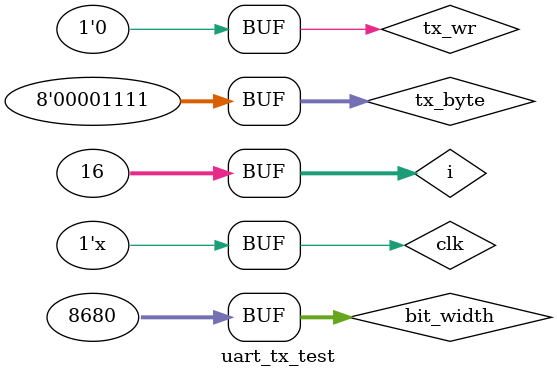
<source format=v>
`timescale 1ns / 1ps


module uart_tx_test;

	// Inputs
	reg clk;
	reg tx_wr;
	reg [7:0] tx_byte;

	// Outputs
	wire tx_active;
	wire tx_data_out;
	wire tx_done;
	
	integer i;
	integer bit_width = (100000000/115200) * 10; // times 10 because clock is at 10 ns, not 1ns

	// Instantiate the Unit Under Test (UUT)
	uart_tx uut (
		.clk(clk), 
		.tx_wr(tx_wr), 
		.tx_byte(tx_byte), 
		.tx_active(tx_active), 
		.tx_data_out(tx_data_out), 
		.tx_done(tx_done)
	);

	initial begin
		// Initialize Inputs
		clk = 0;
		tx_wr = 0;
		tx_byte = 0;

		// Wait 100 ns for global reset to finish
		#100;
        
		// Add stimulus here
		for (i = 0; i < 16; i=i+1) begin
			tx_byte = i;
			#5 tx_wr = 1;
			#5 tx_wr = 0;
			#(bit_width * 15);  // wait for whole byte to be written plus a little
		end

	end
	
	// 100 MHz Clock
	always begin
		#5 clk = !clk;
	end
      
endmodule


</source>
